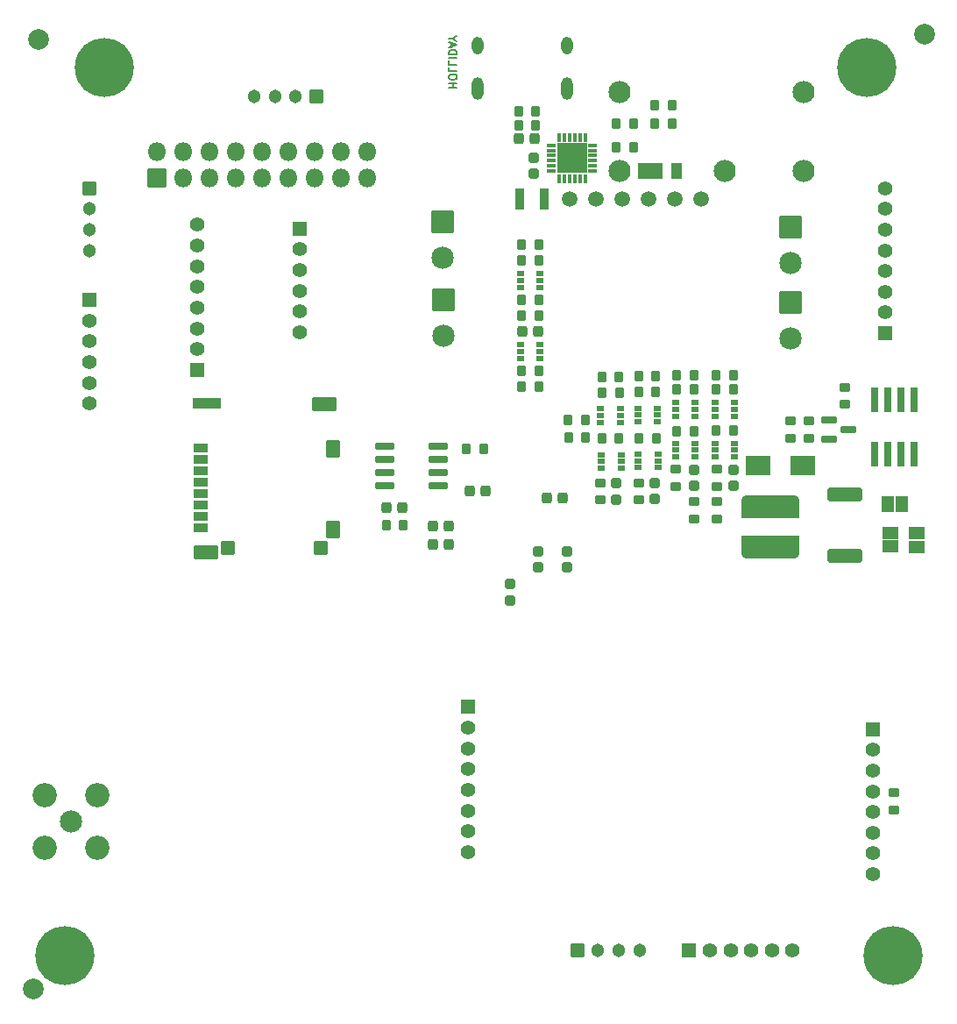
<source format=gbs>
%TF.GenerationSoftware,KiCad,Pcbnew,7.0.2-0*%
%TF.CreationDate,2024-03-08T20:06:00-08:00*%
%TF.ProjectId,mainboard,6d61696e-626f-4617-9264-2e6b69636164,rev?*%
%TF.SameCoordinates,Original*%
%TF.FileFunction,Soldermask,Bot*%
%TF.FilePolarity,Negative*%
%FSLAX46Y46*%
G04 Gerber Fmt 4.6, Leading zero omitted, Abs format (unit mm)*
G04 Created by KiCad (PCBNEW 7.0.2-0) date 2024-03-08 20:06:00*
%MOMM*%
%LPD*%
G01*
G04 APERTURE LIST*
G04 Aperture macros list*
%AMRoundRect*
0 Rectangle with rounded corners*
0 $1 Rounding radius*
0 $2 $3 $4 $5 $6 $7 $8 $9 X,Y pos of 4 corners*
0 Add a 4 corners polygon primitive as box body*
4,1,4,$2,$3,$4,$5,$6,$7,$8,$9,$2,$3,0*
0 Add four circle primitives for the rounded corners*
1,1,$1+$1,$2,$3*
1,1,$1+$1,$4,$5*
1,1,$1+$1,$6,$7*
1,1,$1+$1,$8,$9*
0 Add four rect primitives between the rounded corners*
20,1,$1+$1,$2,$3,$4,$5,0*
20,1,$1+$1,$4,$5,$6,$7,0*
20,1,$1+$1,$6,$7,$8,$9,0*
20,1,$1+$1,$8,$9,$2,$3,0*%
%AMFreePoly0*
4,1,35,1.110921,2.785921,1.125800,2.750000,1.125800,-2.750000,1.110921,-2.785921,1.075000,-2.800800,-0.537500,-2.800800,-0.543557,-2.800438,-0.670818,-2.785155,-0.683397,-2.781975,-0.819570,-2.728276,-0.831629,-2.721496,-0.948265,-2.633048,-0.958048,-2.623265,-1.046496,-2.506629,-1.053276,-2.494570,-1.106975,-2.358397,-1.110155,-2.345818,-1.125438,-2.218557,-1.125800,-2.212500,-1.125800,2.212500,
-1.125438,2.218557,-1.110155,2.345818,-1.106975,2.358397,-1.053276,2.494570,-1.046496,2.506629,-0.958048,2.623265,-0.948265,2.633048,-0.831629,2.721496,-0.819570,2.728276,-0.683397,2.781975,-0.670818,2.785155,-0.543557,2.800438,-0.537500,2.800800,1.075000,2.800800,1.110921,2.785921,1.110921,2.785921,$1*%
%AMFreePoly1*
4,1,35,0.543557,2.800438,0.670818,2.785155,0.683397,2.781975,0.819570,2.728276,0.831629,2.721496,0.948265,2.633048,0.958048,2.623265,1.046496,2.506629,1.053276,2.494570,1.106975,2.358397,1.110155,2.345818,1.125438,2.218557,1.125800,2.212500,1.125800,-2.212500,1.125438,-2.218557,1.110155,-2.345818,1.106975,-2.358397,1.053276,-2.494570,1.046496,-2.506629,0.958048,-2.623265,
0.948265,-2.633048,0.831629,-2.721496,0.819570,-2.728276,0.683397,-2.781975,0.670818,-2.785155,0.543557,-2.800438,0.537500,-2.800800,-1.075000,-2.800800,-1.110921,-2.785921,-1.125800,-2.750000,-1.125800,2.750000,-1.110921,2.785921,-1.075000,2.800800,0.537500,2.800800,0.543557,2.800438,0.543557,2.800438,$1*%
G04 Aperture macros list end*
%ADD10C,0.190500*%
%ADD11RoundRect,0.076200X-0.575000X-0.575000X0.575000X-0.575000X0.575000X0.575000X-0.575000X0.575000X0*%
%ADD12C,1.302400*%
%ADD13RoundRect,0.076200X-0.575000X0.575000X-0.575000X-0.575000X0.575000X-0.575000X0.575000X0.575000X0*%
%ADD14RoundRect,0.076200X0.575000X0.575000X-0.575000X0.575000X-0.575000X-0.575000X0.575000X-0.575000X0*%
%ADD15RoundRect,0.050800X-0.750000X0.500000X-0.750000X-0.500000X0.750000X-0.500000X0.750000X0.500000X0*%
%ADD16RoundRect,0.050800X0.500000X0.750000X-0.500000X0.750000X-0.500000X-0.750000X0.500000X-0.750000X0*%
%ADD17C,5.701600*%
%ADD18C,2.133600*%
%ADD19C,2.151600*%
%ADD20C,2.351600*%
%ADD21RoundRect,0.063500X-1.016000X1.016000X-1.016000X-1.016000X1.016000X-1.016000X1.016000X1.016000X0*%
%ADD22C,2.159000*%
%ADD23O,1.101600X2.201600*%
%ADD24O,1.101600X1.701600*%
%ADD25RoundRect,0.050800X0.654000X0.654000X-0.654000X0.654000X-0.654000X-0.654000X0.654000X-0.654000X0*%
%ADD26C,1.409600*%
%ADD27RoundRect,0.050800X0.654000X-0.654000X0.654000X0.654000X-0.654000X0.654000X-0.654000X-0.654000X0*%
%ADD28RoundRect,0.050800X-0.654000X0.654000X-0.654000X-0.654000X0.654000X-0.654000X0.654000X0.654000X0*%
%ADD29RoundRect,0.275800X-0.225000X-0.250000X0.225000X-0.250000X0.225000X0.250000X-0.225000X0.250000X0*%
%ADD30RoundRect,0.275800X0.250000X-0.225000X0.250000X0.225000X-0.250000X0.225000X-0.250000X-0.225000X0*%
%ADD31RoundRect,0.250800X-0.275000X0.200000X-0.275000X-0.200000X0.275000X-0.200000X0.275000X0.200000X0*%
%ADD32RoundRect,0.250800X-0.200000X-0.275000X0.200000X-0.275000X0.200000X0.275000X-0.200000X0.275000X0*%
%ADD33RoundRect,0.063500X-0.620000X0.400000X-0.620000X-0.400000X0.620000X-0.400000X0.620000X0.400000X0*%
%ADD34RoundRect,0.063500X-0.600000X0.580000X-0.600000X-0.580000X0.600000X-0.580000X0.600000X0.580000X0*%
%ADD35RoundRect,0.063500X-1.250000X0.475000X-1.250000X-0.475000X1.250000X-0.475000X1.250000X0.475000X0*%
%ADD36RoundRect,0.063500X-1.100000X0.575000X-1.100000X-0.575000X1.100000X-0.575000X1.100000X0.575000X0*%
%ADD37RoundRect,0.063500X-0.575000X0.750000X-0.575000X-0.750000X0.575000X-0.750000X0.575000X0.750000X0*%
%ADD38RoundRect,0.063500X-0.625000X0.580000X-0.625000X-0.580000X0.625000X-0.580000X0.625000X0.580000X0*%
%ADD39RoundRect,0.275800X-0.250000X0.225000X-0.250000X-0.225000X0.250000X-0.225000X0.250000X0.225000X0*%
%ADD40RoundRect,0.275800X0.225000X0.250000X-0.225000X0.250000X-0.225000X-0.250000X0.225000X-0.250000X0*%
%ADD41RoundRect,0.200800X-0.725000X-0.150000X0.725000X-0.150000X0.725000X0.150000X-0.725000X0.150000X0*%
%ADD42C,2.000000*%
%ADD43RoundRect,0.050800X0.150000X0.400000X-0.150000X0.400000X-0.150000X-0.400000X0.150000X-0.400000X0*%
%ADD44RoundRect,0.050800X-0.400000X0.150000X-0.400000X-0.150000X0.400000X-0.150000X0.400000X0.150000X0*%
%ADD45RoundRect,0.050800X-1.400000X1.400000X-1.400000X-1.400000X1.400000X-1.400000X1.400000X1.400000X0*%
%ADD46RoundRect,0.250800X0.200000X0.275000X-0.200000X0.275000X-0.200000X-0.275000X0.200000X-0.275000X0*%
%ADD47RoundRect,0.228400X-0.222400X-0.822400X0.222400X-0.822400X0.222400X0.822400X-0.222400X0.822400X0*%
%ADD48RoundRect,0.050800X-0.325000X-0.200000X0.325000X-0.200000X0.325000X0.200000X-0.325000X0.200000X0*%
%ADD49RoundRect,0.050800X-0.300000X0.200000X-0.300000X-0.200000X0.300000X-0.200000X0.300000X0.200000X0*%
%ADD50RoundRect,0.250800X0.275000X-0.200000X0.275000X0.200000X-0.275000X0.200000X-0.275000X-0.200000X0*%
%ADD51RoundRect,0.063500X-0.450000X-0.700000X0.450000X-0.700000X0.450000X0.700000X-0.450000X0.700000X0*%
%ADD52RoundRect,0.063500X-1.100000X-0.700000X1.100000X-0.700000X1.100000X0.700000X-1.100000X0.700000X0*%
%ADD53C,1.501600*%
%ADD54RoundRect,0.050800X0.325000X0.200000X-0.325000X0.200000X-0.325000X-0.200000X0.325000X-0.200000X0*%
%ADD55RoundRect,0.050800X0.300000X-0.200000X0.300000X0.200000X-0.300000X0.200000X-0.300000X-0.200000X0*%
%ADD56FreePoly0,270.000000*%
%ADD57FreePoly1,270.000000*%
%ADD58RoundRect,0.050800X1.175000X-0.850000X1.175000X0.850000X-1.175000X0.850000X-1.175000X-0.850000X0*%
%ADD59RoundRect,0.050800X-0.304800X-1.104900X0.304800X-1.104900X0.304800X1.104900X-0.304800X1.104900X0*%
%ADD60RoundRect,0.300800X-1.425000X0.362500X-1.425000X-0.362500X1.425000X-0.362500X1.425000X0.362500X0*%
%ADD61RoundRect,0.050800X-0.850000X0.850000X-0.850000X-0.850000X0.850000X-0.850000X0.850000X0.850000X0*%
%ADD62O,1.801600X1.801600*%
%ADD63RoundRect,0.063500X0.660400X-0.279400X0.660400X0.279400X-0.660400X0.279400X-0.660400X-0.279400X0*%
G04 APERTURE END LIST*
D10*
X140490484Y-59472285D02*
X141252484Y-59472285D01*
X140889627Y-59472285D02*
X140889627Y-59036856D01*
X140490484Y-59036856D02*
X141252484Y-59036856D01*
X141252484Y-58528856D02*
X141252484Y-58383713D01*
X141252484Y-58383713D02*
X141216198Y-58311142D01*
X141216198Y-58311142D02*
X141143627Y-58238570D01*
X141143627Y-58238570D02*
X140998484Y-58202285D01*
X140998484Y-58202285D02*
X140744484Y-58202285D01*
X140744484Y-58202285D02*
X140599341Y-58238570D01*
X140599341Y-58238570D02*
X140526770Y-58311142D01*
X140526770Y-58311142D02*
X140490484Y-58383713D01*
X140490484Y-58383713D02*
X140490484Y-58528856D01*
X140490484Y-58528856D02*
X140526770Y-58601428D01*
X140526770Y-58601428D02*
X140599341Y-58673999D01*
X140599341Y-58673999D02*
X140744484Y-58710285D01*
X140744484Y-58710285D02*
X140998484Y-58710285D01*
X140998484Y-58710285D02*
X141143627Y-58673999D01*
X141143627Y-58673999D02*
X141216198Y-58601428D01*
X141216198Y-58601428D02*
X141252484Y-58528856D01*
X140490484Y-57512856D02*
X140490484Y-57875713D01*
X140490484Y-57875713D02*
X141252484Y-57875713D01*
X140490484Y-56895999D02*
X140490484Y-57258856D01*
X140490484Y-57258856D02*
X141252484Y-57258856D01*
X140490484Y-56641999D02*
X141252484Y-56641999D01*
X140490484Y-56279142D02*
X141252484Y-56279142D01*
X141252484Y-56279142D02*
X141252484Y-56097713D01*
X141252484Y-56097713D02*
X141216198Y-55988856D01*
X141216198Y-55988856D02*
X141143627Y-55916285D01*
X141143627Y-55916285D02*
X141071055Y-55879999D01*
X141071055Y-55879999D02*
X140925912Y-55843713D01*
X140925912Y-55843713D02*
X140817055Y-55843713D01*
X140817055Y-55843713D02*
X140671912Y-55879999D01*
X140671912Y-55879999D02*
X140599341Y-55916285D01*
X140599341Y-55916285D02*
X140526770Y-55988856D01*
X140526770Y-55988856D02*
X140490484Y-56097713D01*
X140490484Y-56097713D02*
X140490484Y-56279142D01*
X140708198Y-55553428D02*
X140708198Y-55190571D01*
X140490484Y-55625999D02*
X141252484Y-55371999D01*
X141252484Y-55371999D02*
X140490484Y-55117999D01*
X140853341Y-54718856D02*
X140490484Y-54718856D01*
X141252484Y-54972856D02*
X140853341Y-54718856D01*
X140853341Y-54718856D02*
X141252484Y-54464856D01*
D11*
X152900000Y-142800000D03*
D12*
X154900000Y-142800000D03*
X156900000Y-142800000D03*
X158900000Y-142800000D03*
D13*
X105800000Y-69200000D03*
D12*
X105800000Y-71200000D03*
X105800000Y-73200000D03*
X105800000Y-75200000D03*
D14*
X127700000Y-60300000D03*
D12*
X125700000Y-60300000D03*
X123700000Y-60300000D03*
X121700000Y-60300000D03*
D15*
X183150000Y-102500000D03*
X183150000Y-103800000D03*
X185650000Y-103825000D03*
X185650000Y-102525000D03*
D16*
X184225000Y-99675000D03*
X182925000Y-99675000D03*
D17*
X107236100Y-57564100D03*
X103426100Y-143294100D03*
X183426100Y-143294100D03*
X180896100Y-57564100D03*
D18*
X157000000Y-67500000D03*
X157000000Y-59880000D03*
X167160000Y-67500000D03*
X174780000Y-59880000D03*
X174780000Y-67500000D03*
D19*
X103949500Y-130365500D03*
D20*
X106489500Y-127825500D03*
X101409500Y-127825500D03*
X106489500Y-132905500D03*
X101409500Y-132905500D03*
D21*
X173532800Y-80213200D03*
D22*
X173532800Y-83713200D03*
D21*
X139954000Y-79959200D03*
D22*
X139954000Y-83459200D03*
D23*
X151872000Y-59563000D03*
D24*
X151872000Y-55413000D03*
D23*
X143232000Y-59563000D03*
D24*
X143232000Y-55413000D03*
D21*
X139903200Y-72440800D03*
D22*
X139903200Y-75940800D03*
D21*
X173532800Y-72948800D03*
D22*
X173532800Y-76448800D03*
D25*
X163700000Y-142800000D03*
D26*
X165700000Y-142800000D03*
X167700000Y-142800000D03*
X169700000Y-142800000D03*
X171700000Y-142800000D03*
X173700000Y-142800000D03*
D27*
X105800000Y-80000000D03*
D26*
X105800000Y-82000000D03*
X105800000Y-84000000D03*
X105800000Y-86000000D03*
X105800000Y-88000000D03*
X105800000Y-90000000D03*
D28*
X182626000Y-83205500D03*
D26*
X182626000Y-81205499D03*
X182626000Y-79205500D03*
X182626000Y-77205499D03*
X182626000Y-75205501D03*
X182626000Y-73205500D03*
X182626000Y-71205501D03*
X182626000Y-69205500D03*
D27*
X142300000Y-119300001D03*
D26*
X142300000Y-121300002D03*
X142300000Y-123300001D03*
X142300000Y-125300002D03*
X142300000Y-127300000D03*
X142300000Y-129300001D03*
X142300000Y-131300000D03*
X142300000Y-133300001D03*
D27*
X126100000Y-73100000D03*
D26*
X126100000Y-75100000D03*
X126100000Y-77100000D03*
X126100000Y-79100000D03*
X126100000Y-81100000D03*
X126100000Y-83100000D03*
D28*
X116205000Y-86739999D03*
D26*
X116205000Y-84739998D03*
X116205000Y-82739999D03*
X116205000Y-80739998D03*
X116205000Y-78740000D03*
X116205000Y-76739999D03*
X116205000Y-74740000D03*
X116205000Y-72739999D03*
D27*
X181491000Y-121443999D03*
D26*
X181491000Y-123444000D03*
X181491000Y-125443999D03*
X181491000Y-127444000D03*
X181491000Y-129443998D03*
X181491000Y-131443999D03*
X181491000Y-133443998D03*
X181491000Y-135443999D03*
D29*
X134480000Y-100076000D03*
X136030000Y-100076000D03*
D30*
X151892000Y-105804000D03*
X151892000Y-104254000D03*
X149098000Y-105804000D03*
X149098000Y-104254000D03*
D31*
X164211000Y-99464196D03*
X164211000Y-101114196D03*
D32*
X142177000Y-94361000D03*
X143827000Y-94361000D03*
D29*
X142481000Y-98425000D03*
X144031000Y-98425000D03*
D33*
X116517500Y-94318500D03*
X116517500Y-95418500D03*
X116517500Y-96518500D03*
X116517500Y-97618500D03*
X116517500Y-98718500D03*
X116517500Y-99818500D03*
X116517500Y-100918500D03*
X116517500Y-102018500D03*
D34*
X128147500Y-103958500D03*
D35*
X117147500Y-89973500D03*
D36*
X116997500Y-104363500D03*
X128477500Y-90073500D03*
D37*
X129272500Y-94378500D03*
X129272500Y-102158500D03*
D38*
X119147500Y-103958500D03*
D39*
X146431000Y-107429000D03*
X146431000Y-108979000D03*
D40*
X140475000Y-101854000D03*
X138925000Y-101854000D03*
D41*
X134331000Y-97917000D03*
X134331000Y-96647000D03*
X134331000Y-95377000D03*
X134331000Y-94107000D03*
X139481000Y-94107000D03*
X139481000Y-95377000D03*
X139481000Y-96647000D03*
X139481000Y-97917000D03*
D42*
X186436000Y-54356000D03*
D32*
X147231600Y-61798200D03*
X148881600Y-61798200D03*
D43*
X151150000Y-64294000D03*
X151650000Y-64294000D03*
X152150000Y-64294000D03*
X152650000Y-64294000D03*
X153150000Y-64294000D03*
X153650000Y-64294000D03*
D44*
X154400000Y-65044000D03*
X154400000Y-65544000D03*
X154400000Y-66044000D03*
X154400000Y-66544000D03*
X154400000Y-67044000D03*
X154400000Y-67544000D03*
D43*
X153650000Y-68294000D03*
X153150000Y-68294000D03*
X152650000Y-68294000D03*
X152150000Y-68294000D03*
X151650000Y-68294000D03*
X151150000Y-68294000D03*
D44*
X150400000Y-67544000D03*
X150400000Y-67044000D03*
X150400000Y-66544000D03*
X150400000Y-66044000D03*
X150400000Y-65544000D03*
X150400000Y-65044000D03*
D45*
X152400000Y-66294000D03*
D46*
X158305000Y-65278000D03*
X156655000Y-65278000D03*
D30*
X148666200Y-67805600D03*
X148666200Y-66255600D03*
D46*
X162038800Y-62941200D03*
X160388800Y-62941200D03*
D40*
X148806200Y-64414400D03*
X147256200Y-64414400D03*
D32*
X156655000Y-62941200D03*
X158305000Y-62941200D03*
D46*
X148881600Y-63093600D03*
X147231600Y-63093600D03*
D29*
X149925000Y-99100000D03*
X151475000Y-99100000D03*
D46*
X162038800Y-61214000D03*
X160388800Y-61214000D03*
D47*
X147320000Y-70231000D03*
X149720000Y-70231000D03*
D29*
X147561000Y-83058000D03*
X149111000Y-83058000D03*
D39*
X164211000Y-96380000D03*
X164211000Y-97930000D03*
X168021000Y-96380000D03*
X168021000Y-97930000D03*
D48*
X166182000Y-91201000D03*
X166182000Y-90551000D03*
X166182000Y-89901000D03*
X168082000Y-89901000D03*
X168082000Y-90551000D03*
X168082000Y-91201000D03*
D49*
X166182000Y-95138000D03*
X166182000Y-94488000D03*
X166182000Y-93838000D03*
X168082000Y-93838000D03*
X168082000Y-94488000D03*
X168082000Y-95138000D03*
D32*
X147511000Y-88392000D03*
X149161000Y-88392000D03*
D46*
X149161000Y-81534000D03*
X147511000Y-81534000D03*
X149161000Y-74676000D03*
X147511000Y-74676000D03*
D32*
X147511000Y-76200000D03*
X149161000Y-76200000D03*
X162497000Y-87249000D03*
X164147000Y-87249000D03*
X166307000Y-87249000D03*
X167957000Y-87249000D03*
X162497000Y-88646000D03*
X164147000Y-88646000D03*
X166307000Y-88646000D03*
X167957000Y-88646000D03*
D50*
X166370000Y-97980000D03*
X166370000Y-96330000D03*
D46*
X164147000Y-92710000D03*
X162497000Y-92710000D03*
X167957000Y-92557600D03*
X166307000Y-92557600D03*
D48*
X162372000Y-91201000D03*
X162372000Y-90551000D03*
X162372000Y-89901000D03*
X164272000Y-89901000D03*
X164272000Y-90551000D03*
X164272000Y-91201000D03*
D49*
X162372000Y-95138000D03*
X162372000Y-94488000D03*
X162372000Y-93838000D03*
X164272000Y-93838000D03*
X164272000Y-94488000D03*
X164272000Y-95138000D03*
D50*
X162433000Y-97980000D03*
X162433000Y-96330000D03*
D31*
X166370000Y-99466900D03*
X166370000Y-101116900D03*
D51*
X162461000Y-67500500D03*
D52*
X159911000Y-67500500D03*
D48*
X147386000Y-78755000D03*
X147386000Y-78105000D03*
X147386000Y-77455000D03*
X149286000Y-77455000D03*
X149286000Y-78105000D03*
X149286000Y-78755000D03*
X147386000Y-85613000D03*
X147386000Y-84963000D03*
X147386000Y-84313000D03*
X149286000Y-84313000D03*
X149286000Y-84963000D03*
X149286000Y-85613000D03*
D46*
X149161000Y-80010000D03*
X147511000Y-80010000D03*
D53*
X152146000Y-70231000D03*
X154686000Y-70231000D03*
X157226000Y-70231000D03*
X159766000Y-70231000D03*
X162306000Y-70231000D03*
X164846000Y-70231000D03*
D32*
X147511000Y-86868000D03*
X149161000Y-86868000D03*
D29*
X138925000Y-103632000D03*
X140475000Y-103632000D03*
D32*
X134430000Y-101727000D03*
X136080000Y-101727000D03*
D54*
X160627475Y-90450000D03*
X160627475Y-91100000D03*
X160627475Y-91750000D03*
X158727475Y-91750000D03*
X158727475Y-91100000D03*
X158727475Y-90450000D03*
D32*
X158832475Y-87370000D03*
X160482475Y-87370000D03*
D42*
X100838000Y-54864000D03*
D39*
X160367475Y-97685000D03*
X160367475Y-99235000D03*
D55*
X160697475Y-94890000D03*
X160697475Y-95540000D03*
X160697475Y-96190000D03*
X158797475Y-96190000D03*
X158797475Y-95540000D03*
X158797475Y-94890000D03*
D50*
X178750000Y-90075000D03*
X178750000Y-88425000D03*
D32*
X152025000Y-91600000D03*
X153675000Y-91600000D03*
D50*
X155120000Y-99315000D03*
X155120000Y-97665000D03*
D46*
X156950000Y-88940000D03*
X155300000Y-88940000D03*
D56*
X171547200Y-99977400D03*
D57*
X171547200Y-103827400D03*
D55*
X157115000Y-94930000D03*
X157115000Y-95580000D03*
X157115000Y-96230000D03*
X155215000Y-96230000D03*
X155215000Y-95580000D03*
X155215000Y-94930000D03*
D50*
X175250000Y-93325000D03*
X175250000Y-91675000D03*
D42*
X100330000Y-146558000D03*
D58*
X174650000Y-96012000D03*
X170350000Y-96012000D03*
D46*
X160482475Y-88890000D03*
X158832475Y-88890000D03*
D31*
X173500000Y-91675000D03*
X173500000Y-93325000D03*
D39*
X156620000Y-97715000D03*
X156620000Y-99265000D03*
D32*
X158867475Y-93330000D03*
X160517475Y-93330000D03*
D59*
X181595000Y-89633800D03*
X182865000Y-89633800D03*
X184135000Y-89633800D03*
X185405000Y-89633800D03*
X185405000Y-94866200D03*
X184135000Y-94866200D03*
X182865000Y-94866200D03*
X181595000Y-94866200D03*
D60*
X178765200Y-98764500D03*
X178765200Y-104689500D03*
D54*
X157060000Y-90500000D03*
X157060000Y-91150000D03*
X157060000Y-91800000D03*
X155160000Y-91800000D03*
X155160000Y-91150000D03*
X155160000Y-90500000D03*
D31*
X183515000Y-127575000D03*
X183515000Y-129225000D03*
D32*
X155285000Y-93370000D03*
X156935000Y-93370000D03*
X152050000Y-93300000D03*
X153700000Y-93300000D03*
D61*
X112280000Y-68240000D03*
D62*
X112280000Y-65700000D03*
X114820000Y-68240000D03*
X114820000Y-65700000D03*
X117360000Y-68240000D03*
X117360000Y-65700000D03*
X119900000Y-68240000D03*
X119900000Y-65700000D03*
X122440000Y-68240000D03*
X122440000Y-65700000D03*
X124980000Y-68240000D03*
X124980000Y-65700000D03*
X127520000Y-68240000D03*
X127520000Y-65700000D03*
X130060000Y-68240000D03*
X130060000Y-65700000D03*
X132600000Y-68240000D03*
X132600000Y-65700000D03*
D32*
X155275000Y-87400000D03*
X156925000Y-87400000D03*
D63*
X177246700Y-93452500D03*
X177246700Y-91547500D03*
X179126300Y-92500000D03*
D50*
X158867475Y-99285000D03*
X158867475Y-97635000D03*
M02*

</source>
